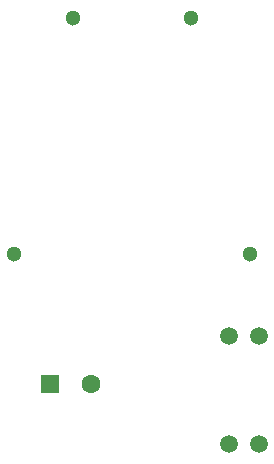
<source format=gbr>
%TF.GenerationSoftware,KiCad,Pcbnew,9.0.0*%
%TF.CreationDate,2025-03-04T05:22:46+01:00*%
%TF.ProjectId,PSU5V,50535535-562e-46b6-9963-61645f706362,rev?*%
%TF.SameCoordinates,Original*%
%TF.FileFunction,Copper,L2,Bot*%
%TF.FilePolarity,Positive*%
%FSLAX46Y46*%
G04 Gerber Fmt 4.6, Leading zero omitted, Abs format (unit mm)*
G04 Created by KiCad (PCBNEW 9.0.0) date 2025-03-04 05:22:46*
%MOMM*%
%LPD*%
G01*
G04 APERTURE LIST*
%TA.AperFunction,ComponentPad*%
%ADD10R,1.600000X1.600000*%
%TD*%
%TA.AperFunction,ComponentPad*%
%ADD11C,1.600000*%
%TD*%
%TA.AperFunction,ComponentPad*%
%ADD12C,1.300000*%
%TD*%
%TA.AperFunction,ViaPad*%
%ADD13C,1.500000*%
%TD*%
G04 APERTURE END LIST*
D10*
%TO.P,C1,1*%
%TO.N,Net-(BR1-+)*%
X42728000Y-63500000D03*
D11*
%TO.P,C1,2*%
%TO.N,Net-(BR1--)*%
X46228000Y-63500000D03*
%TD*%
D12*
%TO.P,T1,1,PRI_1*%
%TO.N,Net-(T1-PRI_1)*%
X39704000Y-52512000D03*
%TO.P,T1,5,PRI_2*%
%TO.N,AC*%
X59704000Y-52512000D03*
%TO.P,T1,7,SEC_1*%
%TO.N,Net-(BR1-~_1)*%
X54704000Y-32512000D03*
%TO.P,T1,9,SEC_2*%
%TO.N,Net-(BR1-~_2)*%
X44704000Y-32512000D03*
%TD*%
D13*
%TO.N,GND*%
X60452000Y-68580000D03*
%TO.N,AC*%
X60452000Y-59436000D03*
%TO.N,VCC*%
X57912000Y-68580000D03*
X57912000Y-59436000D03*
%TD*%
M02*

</source>
